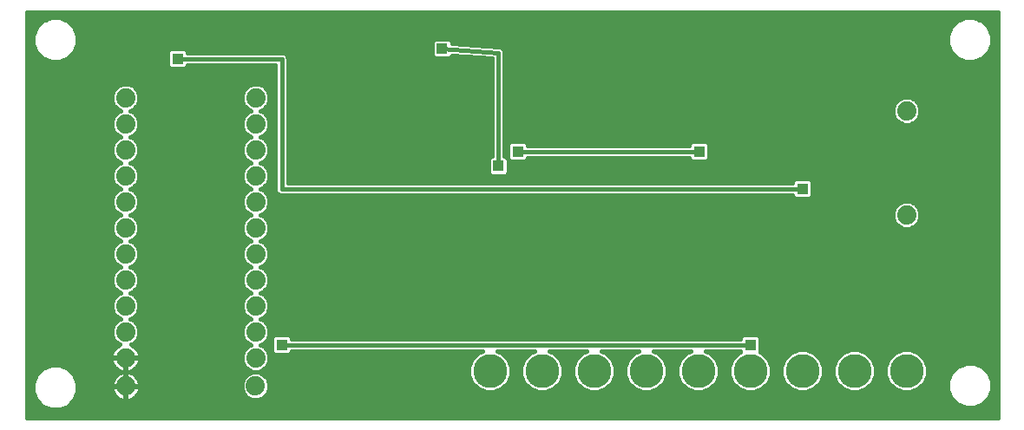
<source format=gbl>
G75*
%MOIN*%
%OFA0B0*%
%FSLAX25Y25*%
%IPPOS*%
%LPD*%
%AMOC8*
5,1,8,0,0,1.08239X$1,22.5*
%
%ADD10C,0.07400*%
%ADD11C,0.13000*%
%ADD12C,0.01600*%
%ADD13R,0.04362X0.04362*%
D10*
X0041918Y0015894D03*
X0041800Y0026800D03*
X0041800Y0036800D03*
X0041800Y0046800D03*
X0041800Y0056800D03*
X0041800Y0066800D03*
X0041800Y0076800D03*
X0041800Y0086800D03*
X0041800Y0096800D03*
X0041800Y0106800D03*
X0041800Y0116800D03*
X0041800Y0126800D03*
X0091800Y0126800D03*
X0091800Y0116800D03*
X0091800Y0106800D03*
X0091800Y0096800D03*
X0091800Y0086800D03*
X0091800Y0076800D03*
X0091800Y0066800D03*
X0091800Y0056800D03*
X0091800Y0046800D03*
X0091800Y0036800D03*
X0091800Y0026800D03*
X0091761Y0015973D03*
X0341800Y0081800D03*
X0341800Y0121800D03*
D11*
X0341800Y0021800D03*
X0321800Y0021800D03*
X0301800Y0021800D03*
X0281800Y0021800D03*
X0261800Y0021800D03*
X0241800Y0021800D03*
X0221800Y0021800D03*
X0201800Y0021800D03*
X0181800Y0021800D03*
D12*
X0003800Y0003800D02*
X0003800Y0159800D01*
X0377005Y0159800D01*
X0377005Y0003800D01*
X0003800Y0003800D01*
X0003800Y0004997D02*
X0377005Y0004997D01*
X0377005Y0006596D02*
X0003800Y0006596D01*
X0003800Y0008194D02*
X0010070Y0008194D01*
X0010017Y0008216D02*
X0013141Y0006922D01*
X0014334Y0006922D01*
X0016522Y0006922D01*
X0019646Y0008216D01*
X0019646Y0008216D01*
X0022037Y0010607D01*
X0022037Y0010607D01*
X0023331Y0013731D01*
X0023331Y0017113D01*
X0022037Y0020237D01*
X0019646Y0022628D01*
X0016522Y0023922D01*
X0013141Y0023922D01*
X0010017Y0022628D01*
X0010017Y0022628D01*
X0007626Y0020237D01*
X0006331Y0017113D01*
X0006331Y0013731D01*
X0007626Y0010607D01*
X0010017Y0008216D01*
X0010017Y0008216D01*
X0008440Y0009793D02*
X0003800Y0009793D01*
X0003800Y0011391D02*
X0007301Y0011391D01*
X0007626Y0010607D02*
X0007626Y0010607D01*
X0006639Y0012990D02*
X0003800Y0012990D01*
X0003800Y0014588D02*
X0006331Y0014588D01*
X0006331Y0016187D02*
X0003800Y0016187D01*
X0003800Y0017785D02*
X0006610Y0017785D01*
X0007272Y0019384D02*
X0003800Y0019384D01*
X0003800Y0020982D02*
X0008371Y0020982D01*
X0007626Y0020237D02*
X0007626Y0020237D01*
X0009969Y0022581D02*
X0003800Y0022581D01*
X0003800Y0024179D02*
X0036963Y0024179D01*
X0037096Y0023917D02*
X0037605Y0023217D01*
X0038217Y0022605D01*
X0038917Y0022096D01*
X0039689Y0021703D01*
X0040512Y0021435D01*
X0041128Y0021338D01*
X0040630Y0021259D01*
X0039807Y0020992D01*
X0039035Y0020598D01*
X0038335Y0020090D01*
X0037723Y0019477D01*
X0037214Y0018777D01*
X0036821Y0018006D01*
X0036554Y0017182D01*
X0036418Y0016327D01*
X0036418Y0016094D01*
X0041718Y0016094D01*
X0041718Y0015694D01*
X0042118Y0015694D01*
X0042118Y0010394D01*
X0042351Y0010394D01*
X0043206Y0010530D01*
X0044029Y0010797D01*
X0044801Y0011190D01*
X0045501Y0011699D01*
X0046113Y0012311D01*
X0046622Y0013012D01*
X0047015Y0013783D01*
X0047283Y0014607D01*
X0047418Y0015462D01*
X0047418Y0015694D01*
X0042118Y0015694D01*
X0042118Y0016094D01*
X0047418Y0016094D01*
X0047418Y0016327D01*
X0047283Y0017182D01*
X0047015Y0018006D01*
X0046622Y0018777D01*
X0046113Y0019477D01*
X0045501Y0020090D01*
X0044801Y0020598D01*
X0044029Y0020992D01*
X0043206Y0021259D01*
X0042590Y0021357D01*
X0043088Y0021435D01*
X0043911Y0021703D01*
X0044683Y0022096D01*
X0045383Y0022605D01*
X0045995Y0023217D01*
X0046504Y0023917D01*
X0046897Y0024689D01*
X0047165Y0025512D01*
X0047300Y0026367D01*
X0047300Y0026600D01*
X0042000Y0026600D01*
X0042000Y0027000D01*
X0047300Y0027000D01*
X0047300Y0027233D01*
X0047165Y0028088D01*
X0046897Y0028911D01*
X0046504Y0029683D01*
X0045995Y0030383D01*
X0045383Y0030995D01*
X0044683Y0031504D01*
X0043911Y0031897D01*
X0043856Y0031915D01*
X0044802Y0032307D01*
X0046293Y0033798D01*
X0047100Y0035746D01*
X0047100Y0037854D01*
X0046293Y0039802D01*
X0044802Y0041293D01*
X0043578Y0041800D01*
X0044802Y0042307D01*
X0046293Y0043798D01*
X0047100Y0045746D01*
X0047100Y0047854D01*
X0046293Y0049802D01*
X0044802Y0051293D01*
X0043578Y0051800D01*
X0044802Y0052307D01*
X0046293Y0053798D01*
X0047100Y0055746D01*
X0047100Y0057854D01*
X0046293Y0059802D01*
X0044802Y0061293D01*
X0043578Y0061800D01*
X0044802Y0062307D01*
X0046293Y0063798D01*
X0047100Y0065746D01*
X0047100Y0067854D01*
X0046293Y0069802D01*
X0044802Y0071293D01*
X0043578Y0071800D01*
X0044802Y0072307D01*
X0046293Y0073798D01*
X0047100Y0075746D01*
X0047100Y0077854D01*
X0046293Y0079802D01*
X0044802Y0081293D01*
X0043578Y0081800D01*
X0044802Y0082307D01*
X0046293Y0083798D01*
X0047100Y0085746D01*
X0047100Y0087854D01*
X0046293Y0089802D01*
X0044802Y0091293D01*
X0043578Y0091800D01*
X0044802Y0092307D01*
X0046293Y0093798D01*
X0047100Y0095746D01*
X0047100Y0097854D01*
X0046293Y0099802D01*
X0044802Y0101293D01*
X0043578Y0101800D01*
X0044802Y0102307D01*
X0046293Y0103798D01*
X0047100Y0105746D01*
X0047100Y0107854D01*
X0046293Y0109802D01*
X0044802Y0111293D01*
X0043578Y0111800D01*
X0044802Y0112307D01*
X0046293Y0113798D01*
X0047100Y0115746D01*
X0047100Y0117854D01*
X0046293Y0119802D01*
X0044802Y0121293D01*
X0043578Y0121800D01*
X0044802Y0122307D01*
X0046293Y0123798D01*
X0047100Y0125746D01*
X0047100Y0127854D01*
X0046293Y0129802D01*
X0044802Y0131293D01*
X0042854Y0132100D01*
X0040746Y0132100D01*
X0038798Y0131293D01*
X0037307Y0129802D01*
X0036500Y0127854D01*
X0036500Y0125746D01*
X0037307Y0123798D01*
X0038798Y0122307D01*
X0040022Y0121800D01*
X0038798Y0121293D01*
X0037307Y0119802D01*
X0036500Y0117854D01*
X0036500Y0115746D01*
X0037307Y0113798D01*
X0038798Y0112307D01*
X0040022Y0111800D01*
X0038798Y0111293D01*
X0037307Y0109802D01*
X0036500Y0107854D01*
X0036500Y0105746D01*
X0037307Y0103798D01*
X0038798Y0102307D01*
X0040022Y0101800D01*
X0038798Y0101293D01*
X0037307Y0099802D01*
X0036500Y0097854D01*
X0036500Y0095746D01*
X0037307Y0093798D01*
X0038798Y0092307D01*
X0040022Y0091800D01*
X0038798Y0091293D01*
X0037307Y0089802D01*
X0036500Y0087854D01*
X0036500Y0085746D01*
X0037307Y0083798D01*
X0038798Y0082307D01*
X0040022Y0081800D01*
X0038798Y0081293D01*
X0037307Y0079802D01*
X0036500Y0077854D01*
X0036500Y0075746D01*
X0037307Y0073798D01*
X0038798Y0072307D01*
X0040022Y0071800D01*
X0038798Y0071293D01*
X0037307Y0069802D01*
X0036500Y0067854D01*
X0036500Y0065746D01*
X0037307Y0063798D01*
X0038798Y0062307D01*
X0040022Y0061800D01*
X0038798Y0061293D01*
X0037307Y0059802D01*
X0036500Y0057854D01*
X0036500Y0055746D01*
X0037307Y0053798D01*
X0038798Y0052307D01*
X0040022Y0051800D01*
X0038798Y0051293D01*
X0037307Y0049802D01*
X0036500Y0047854D01*
X0036500Y0045746D01*
X0037307Y0043798D01*
X0038798Y0042307D01*
X0040022Y0041800D01*
X0038798Y0041293D01*
X0037307Y0039802D01*
X0036500Y0037854D01*
X0036500Y0035746D01*
X0037307Y0033798D01*
X0038798Y0032307D01*
X0039744Y0031915D01*
X0039689Y0031897D01*
X0038917Y0031504D01*
X0038217Y0030995D01*
X0037605Y0030383D01*
X0037096Y0029683D01*
X0036703Y0028911D01*
X0036435Y0028088D01*
X0036300Y0027233D01*
X0036300Y0027000D01*
X0041600Y0027000D01*
X0041600Y0026600D01*
X0036300Y0026600D01*
X0036300Y0026367D01*
X0036435Y0025512D01*
X0036703Y0024689D01*
X0037096Y0023917D01*
X0038250Y0022581D02*
X0019694Y0022581D01*
X0019646Y0022628D02*
X0019646Y0022628D01*
X0021292Y0020982D02*
X0039788Y0020982D01*
X0041600Y0021394D02*
X0041600Y0026600D01*
X0042000Y0026600D01*
X0042000Y0021300D01*
X0042118Y0021300D01*
X0042118Y0016095D01*
X0041718Y0016095D01*
X0041718Y0021394D01*
X0041600Y0021394D01*
X0041718Y0020982D02*
X0042118Y0020982D01*
X0042118Y0019384D02*
X0041718Y0019384D01*
X0041718Y0017785D02*
X0042118Y0017785D01*
X0042118Y0016187D02*
X0041718Y0016187D01*
X0041718Y0015694D02*
X0036418Y0015694D01*
X0036418Y0015462D01*
X0036554Y0014607D01*
X0036821Y0013783D01*
X0037214Y0013012D01*
X0037723Y0012311D01*
X0038335Y0011699D01*
X0039035Y0011190D01*
X0039807Y0010797D01*
X0040630Y0010530D01*
X0041485Y0010394D01*
X0041718Y0010394D01*
X0041718Y0015694D01*
X0041718Y0014588D02*
X0042118Y0014588D01*
X0042118Y0012990D02*
X0041718Y0012990D01*
X0041718Y0011391D02*
X0042118Y0011391D01*
X0045077Y0011391D02*
X0088973Y0011391D01*
X0088758Y0011480D02*
X0090706Y0010673D01*
X0092815Y0010673D01*
X0094763Y0011480D01*
X0096254Y0012971D01*
X0097061Y0014919D01*
X0097061Y0017027D01*
X0096254Y0018975D01*
X0094763Y0020466D01*
X0092815Y0021273D01*
X0090706Y0021273D01*
X0088758Y0020466D01*
X0087268Y0018975D01*
X0086461Y0017027D01*
X0086461Y0014919D01*
X0087268Y0012971D01*
X0088758Y0011480D01*
X0087260Y0012990D02*
X0046606Y0012990D01*
X0047277Y0014588D02*
X0086598Y0014588D01*
X0086461Y0016187D02*
X0047418Y0016187D01*
X0047087Y0017785D02*
X0086774Y0017785D01*
X0087676Y0019384D02*
X0046181Y0019384D01*
X0044048Y0020982D02*
X0090004Y0020982D01*
X0090746Y0021500D02*
X0092854Y0021500D01*
X0094802Y0022307D01*
X0096293Y0023798D01*
X0097100Y0025746D01*
X0097100Y0027854D01*
X0096293Y0029802D01*
X0094802Y0031293D01*
X0093578Y0031800D01*
X0094802Y0032307D01*
X0096293Y0033798D01*
X0097100Y0035746D01*
X0097100Y0037854D01*
X0096293Y0039802D01*
X0094802Y0041293D01*
X0093578Y0041800D01*
X0094802Y0042307D01*
X0096293Y0043798D01*
X0097100Y0045746D01*
X0097100Y0047854D01*
X0096293Y0049802D01*
X0094802Y0051293D01*
X0093578Y0051800D01*
X0094802Y0052307D01*
X0096293Y0053798D01*
X0097100Y0055746D01*
X0097100Y0057854D01*
X0096293Y0059802D01*
X0094802Y0061293D01*
X0093578Y0061800D01*
X0094802Y0062307D01*
X0096293Y0063798D01*
X0097100Y0065746D01*
X0097100Y0067854D01*
X0096293Y0069802D01*
X0094802Y0071293D01*
X0093578Y0071800D01*
X0094802Y0072307D01*
X0096293Y0073798D01*
X0097100Y0075746D01*
X0097100Y0077854D01*
X0096293Y0079802D01*
X0094802Y0081293D01*
X0093578Y0081800D01*
X0094802Y0082307D01*
X0096293Y0083798D01*
X0097100Y0085746D01*
X0097100Y0087854D01*
X0096293Y0089802D01*
X0094802Y0091293D01*
X0093578Y0091800D01*
X0094802Y0092307D01*
X0096293Y0093798D01*
X0097100Y0095746D01*
X0097100Y0097854D01*
X0096293Y0099802D01*
X0094802Y0101293D01*
X0093578Y0101800D01*
X0094802Y0102307D01*
X0096293Y0103798D01*
X0097100Y0105746D01*
X0097100Y0107854D01*
X0096293Y0109802D01*
X0094802Y0111293D01*
X0093578Y0111800D01*
X0094802Y0112307D01*
X0096293Y0113798D01*
X0097100Y0115746D01*
X0097100Y0117854D01*
X0096293Y0119802D01*
X0094802Y0121293D01*
X0093578Y0121800D01*
X0094802Y0122307D01*
X0096293Y0123798D01*
X0097100Y0125746D01*
X0097100Y0127854D01*
X0096293Y0129802D01*
X0094802Y0131293D01*
X0092854Y0132100D01*
X0090746Y0132100D01*
X0088798Y0131293D01*
X0087307Y0129802D01*
X0086500Y0127854D01*
X0086500Y0125746D01*
X0087307Y0123798D01*
X0088798Y0122307D01*
X0090022Y0121800D01*
X0088798Y0121293D01*
X0087307Y0119802D01*
X0086500Y0117854D01*
X0086500Y0115746D01*
X0087307Y0113798D01*
X0088798Y0112307D01*
X0090022Y0111800D01*
X0088798Y0111293D01*
X0087307Y0109802D01*
X0086500Y0107854D01*
X0086500Y0105746D01*
X0087307Y0103798D01*
X0088798Y0102307D01*
X0090022Y0101800D01*
X0088798Y0101293D01*
X0087307Y0099802D01*
X0086500Y0097854D01*
X0086500Y0095746D01*
X0087307Y0093798D01*
X0088798Y0092307D01*
X0090022Y0091800D01*
X0088798Y0091293D01*
X0087307Y0089802D01*
X0086500Y0087854D01*
X0086500Y0085746D01*
X0087307Y0083798D01*
X0088798Y0082307D01*
X0090022Y0081800D01*
X0088798Y0081293D01*
X0087307Y0079802D01*
X0086500Y0077854D01*
X0086500Y0075746D01*
X0087307Y0073798D01*
X0088798Y0072307D01*
X0090022Y0071800D01*
X0088798Y0071293D01*
X0087307Y0069802D01*
X0086500Y0067854D01*
X0086500Y0065746D01*
X0087307Y0063798D01*
X0088798Y0062307D01*
X0090022Y0061800D01*
X0088798Y0061293D01*
X0087307Y0059802D01*
X0086500Y0057854D01*
X0086500Y0055746D01*
X0087307Y0053798D01*
X0088798Y0052307D01*
X0090022Y0051800D01*
X0088798Y0051293D01*
X0087307Y0049802D01*
X0086500Y0047854D01*
X0086500Y0045746D01*
X0087307Y0043798D01*
X0088798Y0042307D01*
X0090022Y0041800D01*
X0088798Y0041293D01*
X0087307Y0039802D01*
X0086500Y0037854D01*
X0086500Y0035746D01*
X0087307Y0033798D01*
X0088798Y0032307D01*
X0090022Y0031800D01*
X0088798Y0031293D01*
X0087307Y0029802D01*
X0086500Y0027854D01*
X0086500Y0025746D01*
X0087307Y0023798D01*
X0088798Y0022307D01*
X0090746Y0021500D01*
X0088524Y0022581D02*
X0045350Y0022581D01*
X0046637Y0024179D02*
X0087149Y0024179D01*
X0086500Y0025778D02*
X0047207Y0025778D01*
X0047277Y0027376D02*
X0086500Y0027376D01*
X0086964Y0028975D02*
X0046865Y0028975D01*
X0045805Y0030573D02*
X0088078Y0030573D01*
X0089124Y0032172D02*
X0044476Y0032172D01*
X0046266Y0033770D02*
X0087334Y0033770D01*
X0086656Y0035369D02*
X0046944Y0035369D01*
X0047100Y0036967D02*
X0086500Y0036967D01*
X0086795Y0038566D02*
X0046805Y0038566D01*
X0045931Y0040164D02*
X0087669Y0040164D01*
X0089932Y0041763D02*
X0043668Y0041763D01*
X0045857Y0043361D02*
X0087743Y0043361D01*
X0086826Y0044960D02*
X0046774Y0044960D01*
X0047100Y0046558D02*
X0086500Y0046558D01*
X0086625Y0048157D02*
X0046975Y0048157D01*
X0046313Y0049755D02*
X0087287Y0049755D01*
X0088944Y0051354D02*
X0044656Y0051354D01*
X0045448Y0052952D02*
X0088152Y0052952D01*
X0086995Y0054551D02*
X0046605Y0054551D01*
X0047100Y0056149D02*
X0086500Y0056149D01*
X0086500Y0057748D02*
X0047100Y0057748D01*
X0046482Y0059346D02*
X0087118Y0059346D01*
X0088450Y0060945D02*
X0045150Y0060945D01*
X0045039Y0062543D02*
X0088561Y0062543D01*
X0087164Y0064142D02*
X0046436Y0064142D01*
X0047098Y0065740D02*
X0086502Y0065740D01*
X0086500Y0067339D02*
X0047100Y0067339D01*
X0046651Y0068937D02*
X0086949Y0068937D01*
X0088041Y0070536D02*
X0045559Y0070536D01*
X0044386Y0072134D02*
X0089214Y0072134D01*
X0087372Y0073733D02*
X0046228Y0073733D01*
X0046928Y0075332D02*
X0086672Y0075332D01*
X0086500Y0076930D02*
X0047100Y0076930D01*
X0046821Y0078529D02*
X0086779Y0078529D01*
X0087632Y0080127D02*
X0045968Y0080127D01*
X0043758Y0081726D02*
X0089842Y0081726D01*
X0087781Y0083324D02*
X0045819Y0083324D01*
X0046759Y0084923D02*
X0086841Y0084923D01*
X0086500Y0086521D02*
X0047100Y0086521D01*
X0046990Y0088120D02*
X0086610Y0088120D01*
X0087272Y0089718D02*
X0046328Y0089718D01*
X0044745Y0091317D02*
X0088855Y0091317D01*
X0088190Y0092915D02*
X0045410Y0092915D01*
X0046590Y0094514D02*
X0087010Y0094514D01*
X0086500Y0096112D02*
X0047100Y0096112D01*
X0047100Y0097711D02*
X0086500Y0097711D01*
X0087103Y0099309D02*
X0046497Y0099309D01*
X0045188Y0100908D02*
X0088412Y0100908D01*
X0088598Y0102506D02*
X0045002Y0102506D01*
X0046420Y0104105D02*
X0087180Y0104105D01*
X0086518Y0105703D02*
X0047082Y0105703D01*
X0047100Y0107302D02*
X0086500Y0107302D01*
X0086933Y0108900D02*
X0046667Y0108900D01*
X0045597Y0110499D02*
X0088003Y0110499D01*
X0089304Y0112097D02*
X0044296Y0112097D01*
X0046191Y0113696D02*
X0087409Y0113696D01*
X0086687Y0115294D02*
X0046913Y0115294D01*
X0047100Y0116893D02*
X0086500Y0116893D01*
X0086764Y0118491D02*
X0046836Y0118491D01*
X0046005Y0120090D02*
X0087595Y0120090D01*
X0089752Y0121688D02*
X0043848Y0121688D01*
X0045782Y0123287D02*
X0087818Y0123287D01*
X0086856Y0124885D02*
X0046744Y0124885D01*
X0047100Y0126484D02*
X0086500Y0126484D01*
X0086595Y0128082D02*
X0047005Y0128082D01*
X0046343Y0129681D02*
X0087257Y0129681D01*
X0088784Y0131279D02*
X0044816Y0131279D01*
X0038784Y0131279D02*
X0003800Y0131279D01*
X0003800Y0129681D02*
X0037257Y0129681D01*
X0036595Y0128082D02*
X0003800Y0128082D01*
X0003800Y0126484D02*
X0036500Y0126484D01*
X0036856Y0124885D02*
X0003800Y0124885D01*
X0003800Y0123287D02*
X0037818Y0123287D01*
X0039752Y0121688D02*
X0003800Y0121688D01*
X0003800Y0120090D02*
X0037595Y0120090D01*
X0036764Y0118491D02*
X0003800Y0118491D01*
X0003800Y0116893D02*
X0036500Y0116893D01*
X0036687Y0115294D02*
X0003800Y0115294D01*
X0003800Y0113696D02*
X0037409Y0113696D01*
X0039304Y0112097D02*
X0003800Y0112097D01*
X0003800Y0110499D02*
X0038003Y0110499D01*
X0036933Y0108900D02*
X0003800Y0108900D01*
X0003800Y0107302D02*
X0036500Y0107302D01*
X0036518Y0105703D02*
X0003800Y0105703D01*
X0003800Y0104105D02*
X0037180Y0104105D01*
X0038598Y0102506D02*
X0003800Y0102506D01*
X0003800Y0100908D02*
X0038412Y0100908D01*
X0037103Y0099309D02*
X0003800Y0099309D01*
X0003800Y0097711D02*
X0036500Y0097711D01*
X0036500Y0096112D02*
X0003800Y0096112D01*
X0003800Y0094514D02*
X0037010Y0094514D01*
X0038190Y0092915D02*
X0003800Y0092915D01*
X0003800Y0091317D02*
X0038855Y0091317D01*
X0037272Y0089718D02*
X0003800Y0089718D01*
X0003800Y0088120D02*
X0036610Y0088120D01*
X0036500Y0086521D02*
X0003800Y0086521D01*
X0003800Y0084923D02*
X0036841Y0084923D01*
X0037781Y0083324D02*
X0003800Y0083324D01*
X0003800Y0081726D02*
X0039842Y0081726D01*
X0037632Y0080127D02*
X0003800Y0080127D01*
X0003800Y0078529D02*
X0036779Y0078529D01*
X0036500Y0076930D02*
X0003800Y0076930D01*
X0003800Y0075332D02*
X0036672Y0075332D01*
X0037372Y0073733D02*
X0003800Y0073733D01*
X0003800Y0072134D02*
X0039214Y0072134D01*
X0038041Y0070536D02*
X0003800Y0070536D01*
X0003800Y0068937D02*
X0036949Y0068937D01*
X0036500Y0067339D02*
X0003800Y0067339D01*
X0003800Y0065740D02*
X0036502Y0065740D01*
X0037164Y0064142D02*
X0003800Y0064142D01*
X0003800Y0062543D02*
X0038561Y0062543D01*
X0038450Y0060945D02*
X0003800Y0060945D01*
X0003800Y0059346D02*
X0037118Y0059346D01*
X0036500Y0057748D02*
X0003800Y0057748D01*
X0003800Y0056149D02*
X0036500Y0056149D01*
X0036995Y0054551D02*
X0003800Y0054551D01*
X0003800Y0052952D02*
X0038152Y0052952D01*
X0038944Y0051354D02*
X0003800Y0051354D01*
X0003800Y0049755D02*
X0037287Y0049755D01*
X0036625Y0048157D02*
X0003800Y0048157D01*
X0003800Y0046558D02*
X0036500Y0046558D01*
X0036826Y0044960D02*
X0003800Y0044960D01*
X0003800Y0043361D02*
X0037743Y0043361D01*
X0039932Y0041763D02*
X0003800Y0041763D01*
X0003800Y0040164D02*
X0037669Y0040164D01*
X0036795Y0038566D02*
X0003800Y0038566D01*
X0003800Y0036967D02*
X0036500Y0036967D01*
X0036656Y0035369D02*
X0003800Y0035369D01*
X0003800Y0033770D02*
X0037334Y0033770D01*
X0039124Y0032172D02*
X0003800Y0032172D01*
X0003800Y0030573D02*
X0037795Y0030573D01*
X0036735Y0028975D02*
X0003800Y0028975D01*
X0003800Y0027376D02*
X0036323Y0027376D01*
X0036393Y0025778D02*
X0003800Y0025778D01*
X0022037Y0020237D02*
X0022037Y0020237D01*
X0022391Y0019384D02*
X0037655Y0019384D01*
X0036749Y0017785D02*
X0023053Y0017785D01*
X0023331Y0016187D02*
X0036418Y0016187D01*
X0036560Y0014588D02*
X0023331Y0014588D01*
X0023024Y0012990D02*
X0037230Y0012990D01*
X0038759Y0011391D02*
X0022362Y0011391D01*
X0021223Y0009793D02*
X0360606Y0009793D01*
X0361395Y0009003D02*
X0361395Y0009003D01*
X0364519Y0007709D01*
X0365712Y0007709D01*
X0367900Y0007709D01*
X0371024Y0009003D01*
X0371024Y0009003D01*
X0373415Y0011395D01*
X0374709Y0014519D01*
X0374709Y0017900D01*
X0373415Y0021024D01*
X0371024Y0023415D01*
X0367900Y0024709D01*
X0364519Y0024709D01*
X0361395Y0023415D01*
X0361395Y0023415D01*
X0359004Y0021024D01*
X0359003Y0021024D02*
X0357709Y0017900D01*
X0357709Y0014519D01*
X0359003Y0011395D01*
X0359003Y0011395D01*
X0361395Y0009003D01*
X0363349Y0008194D02*
X0019593Y0008194D01*
X0041600Y0022581D02*
X0042000Y0022581D01*
X0042000Y0024179D02*
X0041600Y0024179D01*
X0041600Y0025778D02*
X0042000Y0025778D01*
X0093518Y0020982D02*
X0173700Y0020982D01*
X0173700Y0020189D02*
X0174933Y0017212D01*
X0177212Y0014933D01*
X0180189Y0013700D01*
X0183411Y0013700D01*
X0186388Y0014933D01*
X0188667Y0017212D01*
X0189900Y0020189D01*
X0189900Y0023411D01*
X0188667Y0026388D01*
X0186388Y0028667D01*
X0184618Y0029400D01*
X0198982Y0029400D01*
X0197212Y0028667D01*
X0194933Y0026388D01*
X0193700Y0023411D01*
X0193700Y0020189D01*
X0194933Y0017212D01*
X0197212Y0014933D01*
X0200189Y0013700D01*
X0203411Y0013700D01*
X0206388Y0014933D01*
X0208667Y0017212D01*
X0209900Y0020189D01*
X0209900Y0023411D01*
X0208667Y0026388D01*
X0206388Y0028667D01*
X0204618Y0029400D01*
X0218982Y0029400D01*
X0217212Y0028667D01*
X0214933Y0026388D01*
X0213700Y0023411D01*
X0213700Y0020189D01*
X0214933Y0017212D01*
X0217212Y0014933D01*
X0220189Y0013700D01*
X0223411Y0013700D01*
X0226388Y0014933D01*
X0228667Y0017212D01*
X0229900Y0020189D01*
X0229900Y0023411D01*
X0228667Y0026388D01*
X0226388Y0028667D01*
X0224618Y0029400D01*
X0238982Y0029400D01*
X0237212Y0028667D01*
X0234933Y0026388D01*
X0233700Y0023411D01*
X0233700Y0020189D01*
X0234933Y0017212D01*
X0237212Y0014933D01*
X0240189Y0013700D01*
X0243411Y0013700D01*
X0246388Y0014933D01*
X0248667Y0017212D01*
X0249900Y0020189D01*
X0249900Y0023411D01*
X0248667Y0026388D01*
X0246388Y0028667D01*
X0244618Y0029400D01*
X0258982Y0029400D01*
X0257212Y0028667D01*
X0254933Y0026388D01*
X0253700Y0023411D01*
X0253700Y0020189D01*
X0254933Y0017212D01*
X0257212Y0014933D01*
X0260189Y0013700D01*
X0263411Y0013700D01*
X0266388Y0014933D01*
X0268667Y0017212D01*
X0269900Y0020189D01*
X0269900Y0023411D01*
X0268667Y0026388D01*
X0266388Y0028667D01*
X0264618Y0029400D01*
X0278019Y0029400D01*
X0278019Y0029001D01*
X0277212Y0028667D01*
X0274933Y0026388D01*
X0273700Y0023411D01*
X0273700Y0020189D01*
X0274933Y0017212D01*
X0277212Y0014933D01*
X0280189Y0013700D01*
X0283411Y0013700D01*
X0286388Y0014933D01*
X0288667Y0017212D01*
X0289900Y0020189D01*
X0289900Y0023411D01*
X0288667Y0026388D01*
X0286388Y0028667D01*
X0285581Y0029001D01*
X0285581Y0034644D01*
X0284644Y0035581D01*
X0278956Y0035581D01*
X0278019Y0034644D01*
X0278019Y0034200D01*
X0105581Y0034200D01*
X0105581Y0034644D01*
X0104644Y0035581D01*
X0098956Y0035581D01*
X0098019Y0034644D01*
X0098019Y0028956D01*
X0098956Y0028019D01*
X0104644Y0028019D01*
X0105581Y0028956D01*
X0105581Y0029400D01*
X0178982Y0029400D01*
X0177212Y0028667D01*
X0174933Y0026388D01*
X0173700Y0023411D01*
X0173700Y0020189D01*
X0174034Y0019384D02*
X0095846Y0019384D01*
X0096747Y0017785D02*
X0174696Y0017785D01*
X0175958Y0016187D02*
X0097061Y0016187D01*
X0096924Y0014588D02*
X0178045Y0014588D01*
X0185555Y0014588D02*
X0198045Y0014588D01*
X0195958Y0016187D02*
X0187642Y0016187D01*
X0188904Y0017785D02*
X0194696Y0017785D01*
X0194034Y0019384D02*
X0189566Y0019384D01*
X0189900Y0020982D02*
X0193700Y0020982D01*
X0193700Y0022581D02*
X0189900Y0022581D01*
X0189582Y0024179D02*
X0194018Y0024179D01*
X0194680Y0025778D02*
X0188920Y0025778D01*
X0187679Y0027376D02*
X0195921Y0027376D01*
X0197955Y0028975D02*
X0185645Y0028975D01*
X0177955Y0028975D02*
X0105581Y0028975D01*
X0101800Y0031800D02*
X0281800Y0031800D01*
X0285581Y0032172D02*
X0377005Y0032172D01*
X0377005Y0033770D02*
X0285581Y0033770D01*
X0284856Y0035369D02*
X0377005Y0035369D01*
X0377005Y0036967D02*
X0097100Y0036967D01*
X0096944Y0035369D02*
X0098744Y0035369D01*
X0098019Y0033770D02*
X0096266Y0033770D01*
X0098019Y0032172D02*
X0094476Y0032172D01*
X0095522Y0030573D02*
X0098019Y0030573D01*
X0098019Y0028975D02*
X0096636Y0028975D01*
X0097100Y0027376D02*
X0175921Y0027376D01*
X0174680Y0025778D02*
X0097100Y0025778D01*
X0096451Y0024179D02*
X0174018Y0024179D01*
X0173700Y0022581D02*
X0095076Y0022581D01*
X0096261Y0012990D02*
X0358343Y0012990D01*
X0357709Y0014588D02*
X0345555Y0014588D01*
X0346388Y0014933D02*
X0343411Y0013700D01*
X0340189Y0013700D01*
X0337212Y0014933D01*
X0334933Y0017212D01*
X0333700Y0020189D01*
X0333700Y0023411D01*
X0334933Y0026388D01*
X0337212Y0028667D01*
X0340189Y0029900D01*
X0343411Y0029900D01*
X0346388Y0028667D01*
X0348667Y0026388D01*
X0349900Y0023411D01*
X0349900Y0020189D01*
X0348667Y0017212D01*
X0346388Y0014933D01*
X0347642Y0016187D02*
X0357709Y0016187D01*
X0357709Y0017785D02*
X0348904Y0017785D01*
X0349566Y0019384D02*
X0358324Y0019384D01*
X0358986Y0020982D02*
X0349900Y0020982D01*
X0349900Y0022581D02*
X0360560Y0022581D01*
X0359004Y0021024D02*
X0359003Y0021024D01*
X0359003Y0021024D01*
X0363238Y0024179D02*
X0349582Y0024179D01*
X0348920Y0025778D02*
X0377005Y0025778D01*
X0377005Y0027376D02*
X0347679Y0027376D01*
X0345645Y0028975D02*
X0377005Y0028975D01*
X0377005Y0030573D02*
X0285581Y0030573D01*
X0285645Y0028975D02*
X0297955Y0028975D01*
X0297212Y0028667D02*
X0294933Y0026388D01*
X0293700Y0023411D01*
X0293700Y0020189D01*
X0294933Y0017212D01*
X0297212Y0014933D01*
X0300189Y0013700D01*
X0303411Y0013700D01*
X0306388Y0014933D01*
X0308667Y0017212D01*
X0309900Y0020189D01*
X0309900Y0023411D01*
X0308667Y0026388D01*
X0306388Y0028667D01*
X0303411Y0029900D01*
X0300189Y0029900D01*
X0297212Y0028667D01*
X0295921Y0027376D02*
X0287679Y0027376D01*
X0288920Y0025778D02*
X0294680Y0025778D01*
X0294018Y0024179D02*
X0289582Y0024179D01*
X0289900Y0022581D02*
X0293700Y0022581D01*
X0293700Y0020982D02*
X0289900Y0020982D01*
X0289566Y0019384D02*
X0294034Y0019384D01*
X0294696Y0017785D02*
X0288904Y0017785D01*
X0287642Y0016187D02*
X0295958Y0016187D01*
X0298045Y0014588D02*
X0285555Y0014588D01*
X0278045Y0014588D02*
X0265555Y0014588D01*
X0267642Y0016187D02*
X0275958Y0016187D01*
X0274696Y0017785D02*
X0268904Y0017785D01*
X0269566Y0019384D02*
X0274034Y0019384D01*
X0273700Y0020982D02*
X0269900Y0020982D01*
X0269900Y0022581D02*
X0273700Y0022581D01*
X0274018Y0024179D02*
X0269582Y0024179D01*
X0268920Y0025778D02*
X0274680Y0025778D01*
X0275921Y0027376D02*
X0267679Y0027376D01*
X0265645Y0028975D02*
X0277955Y0028975D01*
X0278744Y0035369D02*
X0104856Y0035369D01*
X0096805Y0038566D02*
X0377005Y0038566D01*
X0377005Y0040164D02*
X0095931Y0040164D01*
X0093668Y0041763D02*
X0377005Y0041763D01*
X0377005Y0043361D02*
X0095857Y0043361D01*
X0096774Y0044960D02*
X0377005Y0044960D01*
X0377005Y0046558D02*
X0097100Y0046558D01*
X0096975Y0048157D02*
X0377005Y0048157D01*
X0377005Y0049755D02*
X0096313Y0049755D01*
X0094656Y0051354D02*
X0377005Y0051354D01*
X0377005Y0052952D02*
X0095448Y0052952D01*
X0096605Y0054551D02*
X0377005Y0054551D01*
X0377005Y0056149D02*
X0097100Y0056149D01*
X0097100Y0057748D02*
X0377005Y0057748D01*
X0377005Y0059346D02*
X0096482Y0059346D01*
X0095150Y0060945D02*
X0377005Y0060945D01*
X0377005Y0062543D02*
X0095039Y0062543D01*
X0096436Y0064142D02*
X0377005Y0064142D01*
X0377005Y0065740D02*
X0097098Y0065740D01*
X0097100Y0067339D02*
X0377005Y0067339D01*
X0377005Y0068937D02*
X0096651Y0068937D01*
X0095559Y0070536D02*
X0377005Y0070536D01*
X0377005Y0072134D02*
X0094386Y0072134D01*
X0096228Y0073733D02*
X0377005Y0073733D01*
X0377005Y0075332D02*
X0096928Y0075332D01*
X0097100Y0076930D02*
X0339708Y0076930D01*
X0338798Y0077307D02*
X0337307Y0078798D01*
X0336500Y0080746D01*
X0336500Y0082854D01*
X0337307Y0084802D01*
X0338798Y0086293D01*
X0340746Y0087100D01*
X0342854Y0087100D01*
X0344802Y0086293D01*
X0346293Y0084802D01*
X0347100Y0082854D01*
X0347100Y0080746D01*
X0346293Y0078798D01*
X0344802Y0077307D01*
X0342854Y0076500D01*
X0340746Y0076500D01*
X0338798Y0077307D01*
X0337576Y0078529D02*
X0096821Y0078529D01*
X0095968Y0080127D02*
X0336756Y0080127D01*
X0336500Y0081726D02*
X0093758Y0081726D01*
X0095819Y0083324D02*
X0336695Y0083324D01*
X0337427Y0084923D02*
X0096759Y0084923D01*
X0097100Y0086521D02*
X0339348Y0086521D01*
X0344252Y0086521D02*
X0377005Y0086521D01*
X0377005Y0084923D02*
X0346173Y0084923D01*
X0346905Y0083324D02*
X0377005Y0083324D01*
X0377005Y0081726D02*
X0347100Y0081726D01*
X0346844Y0080127D02*
X0377005Y0080127D01*
X0377005Y0078529D02*
X0346024Y0078529D01*
X0343892Y0076930D02*
X0377005Y0076930D01*
X0377005Y0088120D02*
X0304745Y0088120D01*
X0304644Y0088019D02*
X0305581Y0088956D01*
X0305581Y0094644D01*
X0304644Y0095581D01*
X0298956Y0095581D01*
X0298019Y0094644D01*
X0298019Y0094200D01*
X0104200Y0094200D01*
X0104200Y0142277D01*
X0103835Y0143159D01*
X0103159Y0143835D01*
X0102277Y0144200D01*
X0065581Y0144200D01*
X0065581Y0144644D01*
X0064644Y0145581D01*
X0058956Y0145581D01*
X0058019Y0144644D01*
X0058019Y0138956D01*
X0058956Y0138019D01*
X0064644Y0138019D01*
X0065581Y0138956D01*
X0065581Y0139400D01*
X0099400Y0139400D01*
X0099400Y0091323D01*
X0099765Y0090441D01*
X0100441Y0089765D01*
X0101323Y0089400D01*
X0298019Y0089400D01*
X0298019Y0088956D01*
X0298956Y0088019D01*
X0304644Y0088019D01*
X0305581Y0089718D02*
X0377005Y0089718D01*
X0377005Y0091317D02*
X0305581Y0091317D01*
X0305581Y0092915D02*
X0377005Y0092915D01*
X0377005Y0094514D02*
X0305581Y0094514D01*
X0301800Y0091800D02*
X0101800Y0091800D01*
X0101800Y0141800D01*
X0061800Y0141800D01*
X0058019Y0142469D02*
X0020159Y0142469D01*
X0019646Y0141956D02*
X0022037Y0144347D01*
X0023331Y0147471D01*
X0023331Y0150853D01*
X0022037Y0153977D01*
X0019646Y0156368D01*
X0016522Y0157662D01*
X0013141Y0157662D01*
X0010017Y0156368D01*
X0010017Y0156368D01*
X0007626Y0153977D01*
X0006331Y0150853D01*
X0006331Y0147471D01*
X0007626Y0144347D01*
X0010017Y0141956D01*
X0013141Y0140662D01*
X0014334Y0140662D01*
X0016522Y0140662D01*
X0019646Y0141956D01*
X0019646Y0141956D01*
X0017025Y0140870D02*
X0058019Y0140870D01*
X0058019Y0139272D02*
X0003800Y0139272D01*
X0003800Y0140870D02*
X0012638Y0140870D01*
X0010017Y0141956D02*
X0010017Y0141956D01*
X0009504Y0142469D02*
X0003800Y0142469D01*
X0003800Y0144068D02*
X0007905Y0144068D01*
X0007626Y0144347D02*
X0007626Y0144347D01*
X0007079Y0145666D02*
X0003800Y0145666D01*
X0003800Y0147265D02*
X0006417Y0147265D01*
X0006331Y0148863D02*
X0003800Y0148863D01*
X0003800Y0150462D02*
X0006331Y0150462D01*
X0006832Y0152060D02*
X0003800Y0152060D01*
X0003800Y0153659D02*
X0007494Y0153659D01*
X0007626Y0153977D02*
X0007626Y0153977D01*
X0008906Y0155257D02*
X0003800Y0155257D01*
X0003800Y0156856D02*
X0011193Y0156856D01*
X0018470Y0156856D02*
X0362453Y0156856D01*
X0361276Y0156368D02*
X0364401Y0157662D01*
X0367782Y0157662D01*
X0370906Y0156368D01*
X0370906Y0156368D01*
X0373297Y0153977D01*
X0373297Y0153977D01*
X0374591Y0150853D01*
X0374591Y0147471D01*
X0373297Y0144347D01*
X0373297Y0144347D01*
X0370906Y0141956D01*
X0370906Y0141956D01*
X0367782Y0140662D01*
X0366588Y0140662D01*
X0364401Y0140662D01*
X0361276Y0141956D01*
X0361276Y0141956D01*
X0358885Y0144347D01*
X0358885Y0144347D01*
X0357591Y0147471D01*
X0357591Y0150853D01*
X0358885Y0153977D01*
X0358885Y0153977D01*
X0361276Y0156368D01*
X0361276Y0156368D01*
X0360165Y0155257D02*
X0020757Y0155257D01*
X0019646Y0156368D02*
X0019646Y0156368D01*
X0022037Y0153977D02*
X0022037Y0153977D01*
X0022169Y0153659D02*
X0358753Y0153659D01*
X0358091Y0152060D02*
X0022831Y0152060D01*
X0023331Y0150462D02*
X0357591Y0150462D01*
X0357591Y0148863D02*
X0166913Y0148863D01*
X0167235Y0148541D02*
X0166297Y0149479D01*
X0160610Y0149479D01*
X0159672Y0148541D01*
X0159672Y0142854D01*
X0160610Y0141917D01*
X0166297Y0141917D01*
X0167235Y0142854D01*
X0167235Y0143015D01*
X0182628Y0141892D01*
X0182628Y0104400D01*
X0182184Y0104400D01*
X0181247Y0103463D01*
X0181247Y0097775D01*
X0182184Y0096838D01*
X0187872Y0096838D01*
X0188809Y0097775D01*
X0188809Y0103205D01*
X0189665Y0102350D01*
X0195352Y0102350D01*
X0196290Y0103287D01*
X0196290Y0103731D01*
X0258413Y0103731D01*
X0258413Y0103287D01*
X0259350Y0102350D01*
X0265038Y0102350D01*
X0265975Y0103287D01*
X0265975Y0108975D01*
X0265038Y0109912D01*
X0259350Y0109912D01*
X0258413Y0108975D01*
X0258413Y0108531D01*
X0196290Y0108531D01*
X0196290Y0108975D01*
X0195352Y0109912D01*
X0189665Y0109912D01*
X0188728Y0108975D01*
X0188728Y0103545D01*
X0187872Y0104400D01*
X0187428Y0104400D01*
X0187428Y0144035D01*
X0187457Y0144424D01*
X0187428Y0144510D01*
X0187428Y0144600D01*
X0187279Y0144960D01*
X0187157Y0145331D01*
X0187097Y0145399D01*
X0187063Y0145482D01*
X0186787Y0145758D01*
X0186532Y0146053D01*
X0186452Y0146094D01*
X0186388Y0146157D01*
X0186028Y0146307D01*
X0185679Y0146482D01*
X0185589Y0146488D01*
X0185506Y0146523D01*
X0185116Y0146523D01*
X0167235Y0147828D01*
X0167235Y0148541D01*
X0163454Y0145698D02*
X0185028Y0144123D01*
X0185028Y0100619D01*
X0181247Y0100908D02*
X0104200Y0100908D01*
X0104200Y0102506D02*
X0181247Y0102506D01*
X0181889Y0104105D02*
X0104200Y0104105D01*
X0104200Y0105703D02*
X0182628Y0105703D01*
X0182628Y0107302D02*
X0104200Y0107302D01*
X0104200Y0108900D02*
X0182628Y0108900D01*
X0182628Y0110499D02*
X0104200Y0110499D01*
X0104200Y0112097D02*
X0182628Y0112097D01*
X0182628Y0113696D02*
X0104200Y0113696D01*
X0104200Y0115294D02*
X0182628Y0115294D01*
X0182628Y0116893D02*
X0104200Y0116893D01*
X0104200Y0118491D02*
X0182628Y0118491D01*
X0182628Y0120090D02*
X0104200Y0120090D01*
X0104200Y0121688D02*
X0182628Y0121688D01*
X0182628Y0123287D02*
X0104200Y0123287D01*
X0104200Y0124885D02*
X0182628Y0124885D01*
X0182628Y0126484D02*
X0104200Y0126484D01*
X0104200Y0128082D02*
X0182628Y0128082D01*
X0182628Y0129681D02*
X0104200Y0129681D01*
X0104200Y0131279D02*
X0182628Y0131279D01*
X0182628Y0132878D02*
X0104200Y0132878D01*
X0104200Y0134476D02*
X0182628Y0134476D01*
X0182628Y0136075D02*
X0104200Y0136075D01*
X0104200Y0137673D02*
X0182628Y0137673D01*
X0182628Y0139272D02*
X0104200Y0139272D01*
X0104200Y0140870D02*
X0182628Y0140870D01*
X0187428Y0140870D02*
X0363898Y0140870D01*
X0360764Y0142469D02*
X0187428Y0142469D01*
X0187431Y0144068D02*
X0359165Y0144068D01*
X0358339Y0145666D02*
X0186879Y0145666D01*
X0187428Y0139272D02*
X0377005Y0139272D01*
X0377005Y0140870D02*
X0368285Y0140870D01*
X0367782Y0140662D02*
X0367782Y0140662D01*
X0371419Y0142469D02*
X0377005Y0142469D01*
X0377005Y0144068D02*
X0373017Y0144068D01*
X0373843Y0145666D02*
X0377005Y0145666D01*
X0377005Y0147265D02*
X0374506Y0147265D01*
X0374591Y0148863D02*
X0377005Y0148863D01*
X0377005Y0150462D02*
X0374591Y0150462D01*
X0374091Y0152060D02*
X0377005Y0152060D01*
X0377005Y0153659D02*
X0373429Y0153659D01*
X0372017Y0155257D02*
X0377005Y0155257D01*
X0377005Y0156856D02*
X0369729Y0156856D01*
X0377005Y0158454D02*
X0003800Y0158454D01*
X0023331Y0148863D02*
X0159994Y0148863D01*
X0159672Y0147265D02*
X0023246Y0147265D01*
X0022584Y0145666D02*
X0159672Y0145666D01*
X0159672Y0144068D02*
X0102597Y0144068D01*
X0104121Y0142469D02*
X0160057Y0142469D01*
X0166850Y0142469D02*
X0174719Y0142469D01*
X0174954Y0147265D02*
X0357677Y0147265D01*
X0377005Y0137673D02*
X0187428Y0137673D01*
X0187428Y0136075D02*
X0377005Y0136075D01*
X0377005Y0134476D02*
X0187428Y0134476D01*
X0187428Y0132878D02*
X0377005Y0132878D01*
X0377005Y0131279D02*
X0187428Y0131279D01*
X0187428Y0129681D02*
X0377005Y0129681D01*
X0377005Y0128082D02*
X0187428Y0128082D01*
X0187428Y0126484D02*
X0339258Y0126484D01*
X0338798Y0126293D02*
X0340746Y0127100D01*
X0342854Y0127100D01*
X0344802Y0126293D01*
X0346293Y0124802D01*
X0347100Y0122854D01*
X0347100Y0120746D01*
X0346293Y0118798D01*
X0344802Y0117307D01*
X0342854Y0116500D01*
X0340746Y0116500D01*
X0338798Y0117307D01*
X0337307Y0118798D01*
X0336500Y0120746D01*
X0336500Y0122854D01*
X0337307Y0124802D01*
X0338798Y0126293D01*
X0337390Y0124885D02*
X0187428Y0124885D01*
X0187428Y0123287D02*
X0336679Y0123287D01*
X0336500Y0121688D02*
X0187428Y0121688D01*
X0187428Y0120090D02*
X0336772Y0120090D01*
X0337613Y0118491D02*
X0187428Y0118491D01*
X0187428Y0116893D02*
X0339797Y0116893D01*
X0343803Y0116893D02*
X0377005Y0116893D01*
X0377005Y0118491D02*
X0345987Y0118491D01*
X0346828Y0120090D02*
X0377005Y0120090D01*
X0377005Y0121688D02*
X0347100Y0121688D01*
X0346921Y0123287D02*
X0377005Y0123287D01*
X0377005Y0124885D02*
X0346210Y0124885D01*
X0344342Y0126484D02*
X0377005Y0126484D01*
X0377005Y0115294D02*
X0187428Y0115294D01*
X0187428Y0113696D02*
X0377005Y0113696D01*
X0377005Y0112097D02*
X0187428Y0112097D01*
X0187428Y0110499D02*
X0377005Y0110499D01*
X0377005Y0108900D02*
X0265975Y0108900D01*
X0265975Y0107302D02*
X0377005Y0107302D01*
X0377005Y0105703D02*
X0265975Y0105703D01*
X0265975Y0104105D02*
X0377005Y0104105D01*
X0377005Y0102506D02*
X0265194Y0102506D01*
X0259193Y0102506D02*
X0195509Y0102506D01*
X0192509Y0106131D02*
X0262194Y0106131D01*
X0258413Y0108900D02*
X0196290Y0108900D01*
X0188728Y0108900D02*
X0187428Y0108900D01*
X0187428Y0107302D02*
X0188728Y0107302D01*
X0188728Y0105703D02*
X0187428Y0105703D01*
X0188167Y0104105D02*
X0188728Y0104105D01*
X0188809Y0102506D02*
X0189508Y0102506D01*
X0188809Y0100908D02*
X0377005Y0100908D01*
X0377005Y0099309D02*
X0188809Y0099309D01*
X0188745Y0097711D02*
X0377005Y0097711D01*
X0377005Y0096112D02*
X0104200Y0096112D01*
X0104200Y0094514D02*
X0298019Y0094514D01*
X0298855Y0088120D02*
X0096990Y0088120D01*
X0096328Y0089718D02*
X0100555Y0089718D01*
X0099402Y0091317D02*
X0094745Y0091317D01*
X0095410Y0092915D02*
X0099400Y0092915D01*
X0099400Y0094514D02*
X0096590Y0094514D01*
X0097100Y0096112D02*
X0099400Y0096112D01*
X0099400Y0097711D02*
X0097100Y0097711D01*
X0096497Y0099309D02*
X0099400Y0099309D01*
X0099400Y0100908D02*
X0095188Y0100908D01*
X0095002Y0102506D02*
X0099400Y0102506D01*
X0099400Y0104105D02*
X0096420Y0104105D01*
X0097082Y0105703D02*
X0099400Y0105703D01*
X0099400Y0107302D02*
X0097100Y0107302D01*
X0096667Y0108900D02*
X0099400Y0108900D01*
X0099400Y0110499D02*
X0095597Y0110499D01*
X0094296Y0112097D02*
X0099400Y0112097D01*
X0099400Y0113696D02*
X0096191Y0113696D01*
X0096913Y0115294D02*
X0099400Y0115294D01*
X0099400Y0116893D02*
X0097100Y0116893D01*
X0096836Y0118491D02*
X0099400Y0118491D01*
X0099400Y0120090D02*
X0096005Y0120090D01*
X0093848Y0121688D02*
X0099400Y0121688D01*
X0099400Y0123287D02*
X0095782Y0123287D01*
X0096744Y0124885D02*
X0099400Y0124885D01*
X0099400Y0126484D02*
X0097100Y0126484D01*
X0097005Y0128082D02*
X0099400Y0128082D01*
X0099400Y0129681D02*
X0096343Y0129681D01*
X0094816Y0131279D02*
X0099400Y0131279D01*
X0099400Y0132878D02*
X0003800Y0132878D01*
X0003800Y0134476D02*
X0099400Y0134476D01*
X0099400Y0136075D02*
X0003800Y0136075D01*
X0003800Y0137673D02*
X0099400Y0137673D01*
X0099400Y0139272D02*
X0065581Y0139272D01*
X0058019Y0144068D02*
X0021758Y0144068D01*
X0022037Y0144347D02*
X0022037Y0144347D01*
X0104200Y0099309D02*
X0181247Y0099309D01*
X0181312Y0097711D02*
X0104200Y0097711D01*
X0205645Y0028975D02*
X0217955Y0028975D01*
X0215921Y0027376D02*
X0207679Y0027376D01*
X0208920Y0025778D02*
X0214680Y0025778D01*
X0214018Y0024179D02*
X0209582Y0024179D01*
X0209900Y0022581D02*
X0213700Y0022581D01*
X0213700Y0020982D02*
X0209900Y0020982D01*
X0209566Y0019384D02*
X0214034Y0019384D01*
X0214696Y0017785D02*
X0208904Y0017785D01*
X0207642Y0016187D02*
X0215958Y0016187D01*
X0218045Y0014588D02*
X0205555Y0014588D01*
X0225555Y0014588D02*
X0238045Y0014588D01*
X0235958Y0016187D02*
X0227642Y0016187D01*
X0228904Y0017785D02*
X0234696Y0017785D01*
X0234034Y0019384D02*
X0229566Y0019384D01*
X0229900Y0020982D02*
X0233700Y0020982D01*
X0233700Y0022581D02*
X0229900Y0022581D01*
X0229582Y0024179D02*
X0234018Y0024179D01*
X0234680Y0025778D02*
X0228920Y0025778D01*
X0227679Y0027376D02*
X0235921Y0027376D01*
X0237955Y0028975D02*
X0225645Y0028975D01*
X0245645Y0028975D02*
X0257955Y0028975D01*
X0255921Y0027376D02*
X0247679Y0027376D01*
X0248920Y0025778D02*
X0254680Y0025778D01*
X0254018Y0024179D02*
X0249582Y0024179D01*
X0249900Y0022581D02*
X0253700Y0022581D01*
X0253700Y0020982D02*
X0249900Y0020982D01*
X0249566Y0019384D02*
X0254034Y0019384D01*
X0254696Y0017785D02*
X0248904Y0017785D01*
X0247642Y0016187D02*
X0255958Y0016187D01*
X0258045Y0014588D02*
X0245555Y0014588D01*
X0305555Y0014588D02*
X0318045Y0014588D01*
X0317212Y0014933D02*
X0320189Y0013700D01*
X0323411Y0013700D01*
X0326388Y0014933D01*
X0328667Y0017212D01*
X0329900Y0020189D01*
X0329900Y0023411D01*
X0328667Y0026388D01*
X0326388Y0028667D01*
X0323411Y0029900D01*
X0320189Y0029900D01*
X0317212Y0028667D01*
X0314933Y0026388D01*
X0313700Y0023411D01*
X0313700Y0020189D01*
X0314933Y0017212D01*
X0317212Y0014933D01*
X0315958Y0016187D02*
X0307642Y0016187D01*
X0308904Y0017785D02*
X0314696Y0017785D01*
X0314034Y0019384D02*
X0309566Y0019384D01*
X0309900Y0020982D02*
X0313700Y0020982D01*
X0313700Y0022581D02*
X0309900Y0022581D01*
X0309582Y0024179D02*
X0314018Y0024179D01*
X0314680Y0025778D02*
X0308920Y0025778D01*
X0307679Y0027376D02*
X0315921Y0027376D01*
X0317955Y0028975D02*
X0305645Y0028975D01*
X0325645Y0028975D02*
X0337955Y0028975D01*
X0335921Y0027376D02*
X0327679Y0027376D01*
X0328920Y0025778D02*
X0334680Y0025778D01*
X0334018Y0024179D02*
X0329582Y0024179D01*
X0329900Y0022581D02*
X0333700Y0022581D01*
X0333700Y0020982D02*
X0329900Y0020982D01*
X0329566Y0019384D02*
X0334034Y0019384D01*
X0334696Y0017785D02*
X0328904Y0017785D01*
X0327642Y0016187D02*
X0335958Y0016187D01*
X0338045Y0014588D02*
X0325555Y0014588D01*
X0359007Y0011391D02*
X0094548Y0011391D01*
X0369070Y0008194D02*
X0377005Y0008194D01*
X0377005Y0009793D02*
X0371813Y0009793D01*
X0373412Y0011391D02*
X0377005Y0011391D01*
X0377005Y0012990D02*
X0374076Y0012990D01*
X0374709Y0014588D02*
X0377005Y0014588D01*
X0377005Y0016187D02*
X0374709Y0016187D01*
X0374709Y0017785D02*
X0377005Y0017785D01*
X0377005Y0019384D02*
X0374095Y0019384D01*
X0373433Y0020982D02*
X0377005Y0020982D01*
X0377005Y0022581D02*
X0371859Y0022581D01*
X0371024Y0023415D02*
X0371024Y0023415D01*
X0369180Y0024179D02*
X0377005Y0024179D01*
X0373415Y0021024D02*
X0373415Y0021024D01*
X0373415Y0011395D02*
X0373415Y0011395D01*
D13*
X0281800Y0031800D03*
X0301800Y0091800D03*
X0262194Y0106131D03*
X0192509Y0106131D03*
X0185028Y0100619D03*
X0163454Y0145698D03*
X0061800Y0141800D03*
X0101800Y0031800D03*
M02*

</source>
